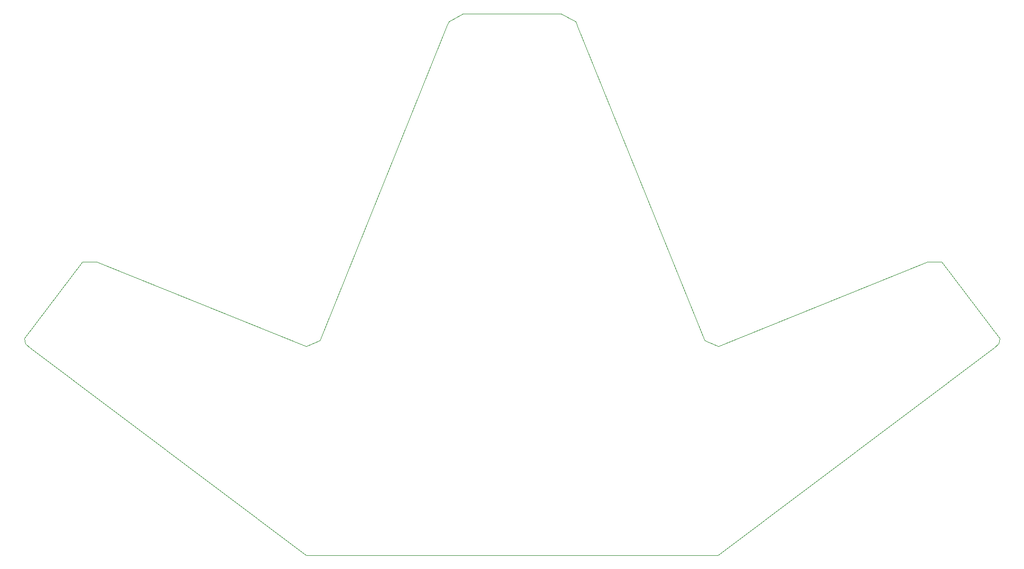
<source format=gbr>
G04 #@! TF.GenerationSoftware,KiCad,Pcbnew,(5.1.4)-1*
G04 #@! TF.CreationDate,2023-11-05T18:19:01-05:00*
G04 #@! TF.ProjectId,ThumbsUp,5468756d-6273-4557-902e-6b696361645f,rev?*
G04 #@! TF.SameCoordinates,Original*
G04 #@! TF.FileFunction,Profile,NP*
%FSLAX46Y46*%
G04 Gerber Fmt 4.6, Leading zero omitted, Abs format (unit mm)*
G04 Created by KiCad (PCBNEW (5.1.4)-1) date 2023-11-05 18:19:01*
%MOMM*%
%LPD*%
G04 APERTURE LIST*
%ADD10C,0.050000*%
G04 APERTURE END LIST*
D10*
X221323268Y73730000D02*
X221223268Y72880000D01*
X221323268Y73730000D02*
X212023268Y86080000D01*
X220409281Y72265924D02*
X221223268Y72880000D01*
X212023268Y86080000D02*
X209758126Y86081962D01*
X64930000Y73730000D02*
X65030000Y72880000D01*
X64930000Y73730000D02*
X74230000Y86080000D01*
X142123268Y125830000D02*
X144130000Y125830000D01*
X135223268Y125830000D02*
X142123268Y125830000D01*
X132923268Y124530000D02*
X135223268Y125830000D01*
X132623268Y123830000D02*
X132923268Y124530000D01*
X132623268Y123830000D02*
X112272241Y73460584D01*
X153630000Y123830000D02*
X153330000Y124530000D01*
X151030000Y125830000D02*
X144130000Y125830000D01*
X153330000Y124530000D02*
X151030000Y125830000D01*
X110091449Y38965742D02*
X176161819Y38965742D01*
X112272241Y73460584D02*
X110059197Y72521203D01*
X76495142Y86081962D02*
X110059197Y72521203D01*
X74230000Y86080000D02*
X76495142Y86081962D01*
X65843987Y72265924D02*
X65030000Y72880000D01*
X65843987Y72265924D02*
X110091449Y38965742D01*
X173981027Y73460584D02*
X176194071Y72521203D01*
X153630000Y123830000D02*
X173981027Y73460584D01*
X209758126Y86081962D02*
X176194071Y72521203D01*
X220409281Y72265924D02*
X176161819Y38965742D01*
M02*

</source>
